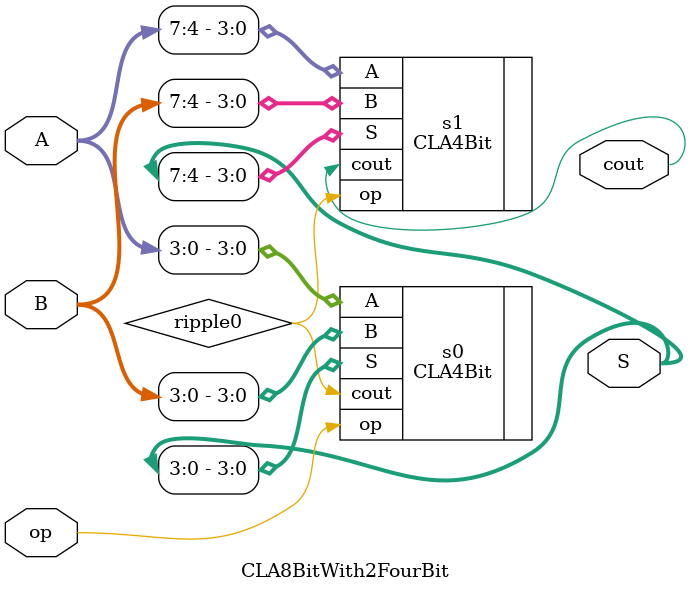
<source format=v>
`timescale 1ns / 1ps
module CLA8BitWith2FourBit(
	input [7:0] A,B,
   input op,
	output [7:0] S,
	output cout
  
    );
	 
	 
   
	CLA4Bit s0( .A( A[3:0] ), .B(B[3:0]), .op( op ), .S( S[3:0] ), .cout( ripple0 ) );
	CLA4Bit s1( .A( A[7:4] ), .B(B[7:4]), .op( ripple0 ), .S( S[7:4]), .cout( cout ) );
	 
	

endmodule

</source>
